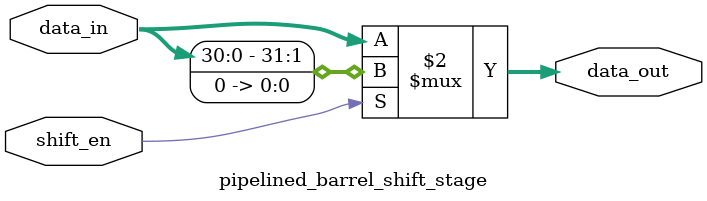
<source format=sv>

module pipelined_barrel_shifter #(parameter WIDTH=32) (
    input  wire                     clk,
    input  wire                     rst_n,
    input  wire [WIDTH-1:0]         in_data,
    input  wire [$clog2(WIDTH)-1:0] shift_amt,
    output wire [WIDTH-1:0]         out_data
);

    // Number of pipeline stages equals log2(WIDTH)
    localparam integer NUM_STAGES = $clog2(WIDTH);

    // Pipeline stage signals
    wire [WIDTH-1:0]                stage_data      [0:NUM_STAGES];
    wire [$clog2(WIDTH)-1:0]        stage_shift_amt [0:NUM_STAGES];
    reg  [WIDTH-1:0]                stage_data_reg  [0:NUM_STAGES-1];
    reg  [$clog2(WIDTH)-1:0]        stage_shift_reg [0:NUM_STAGES-1];

    // Input register (Stage 0)
    always @(posedge clk or negedge rst_n) begin
        if (!rst_n) begin
            stage_data_reg[0]  <= {WIDTH{1'b0}};
            stage_shift_reg[0] <= {($clog2(WIDTH)){1'b0}};
        end else begin
            stage_data_reg[0]  <= in_data;
            stage_shift_reg[0] <= shift_amt;
        end
    end

    assign stage_data[0]      = stage_data_reg[0];
    assign stage_shift_amt[0] = stage_shift_reg[0];

    genvar i;
    generate
        for (i = 0; i < NUM_STAGES-1; i = i + 1) begin : gen_pipeline_regs
            always @(posedge clk or negedge rst_n) begin
                if (!rst_n) begin
                    stage_data_reg[i+1]  <= {WIDTH{1'b0}};
                    stage_shift_reg[i+1] <= {($clog2(WIDTH)){1'b0}};
                end else begin
                    stage_data_reg[i+1]  <= stage_data[i+1];
                    stage_shift_reg[i+1] <= stage_shift_amt[i+1];
                end
            end
            assign stage_data[i+1]      = stage_data_out[i];
            assign stage_shift_amt[i+1] = stage_shift_amt[i];
        end
    endgenerate

    // Barrel shift stages (combinational logic between pipeline registers)
    wire [WIDTH-1:0] stage_data_out [0:NUM_STAGES-1];

    generate
        for (i = 0; i < NUM_STAGES; i = i + 1) begin : gen_shift_stages
            pipelined_barrel_shift_stage #(
                .WIDTH(WIDTH),
                .SHIFT_AMOUNT(1 << i)
            ) u_pipelined_barrel_shift_stage (
                .data_in  (stage_data_reg[i]),
                .shift_en (stage_shift_reg[i][i]),
                .data_out (stage_data_out[i])
            );
        end
    endgenerate

    // Output assignment
    assign out_data = stage_data_reg[NUM_STAGES-1];

endmodule

// ---------------------------------------------------------------------
// pipelined_barrel_shift_stage
//  - Single pipeline stage for the barrel shifter
//  - Shifts input data left by SHIFT_AMOUNT if shift_en is high
// ---------------------------------------------------------------------
module pipelined_barrel_shift_stage #(
    parameter WIDTH = 32,
    parameter SHIFT_AMOUNT = 1
) (
    input  wire [WIDTH-1:0] data_in,
    input  wire             shift_en,
    output wire [WIDTH-1:0] data_out
);
    assign data_out = shift_en ? (data_in << SHIFT_AMOUNT) : data_in;
endmodule
</source>
